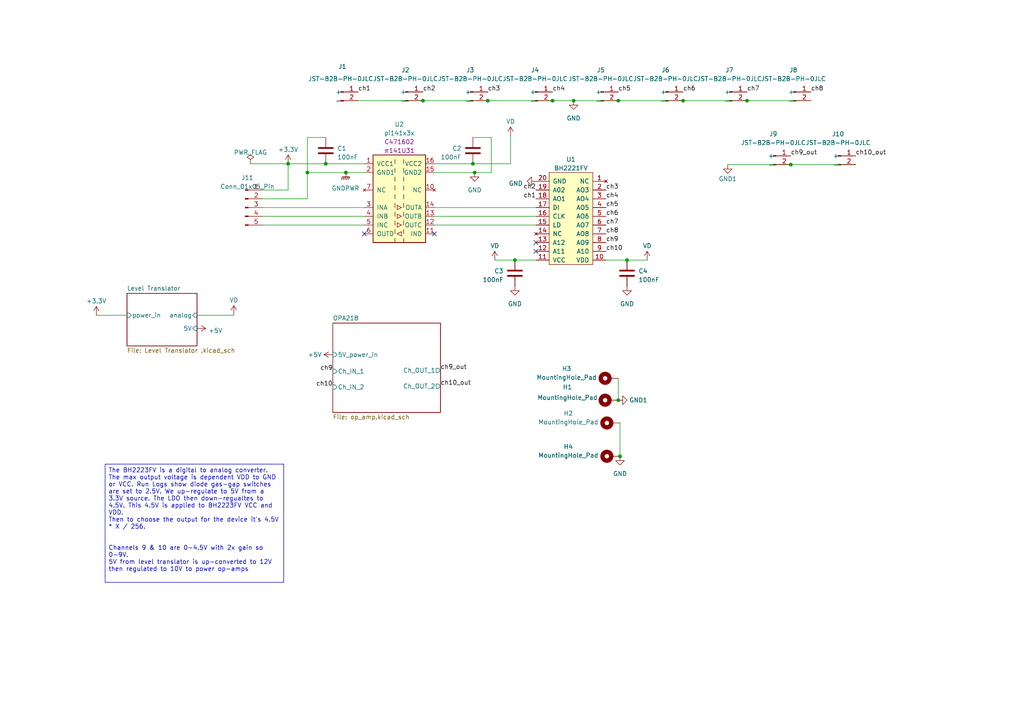
<source format=kicad_sch>
(kicad_sch (version 20230121) (generator eeschema)
  (paper "A4")
  (lib_symbols
    (symbol "0_lph:BH2221FV" (pin_names (offset 1.016))
      (property "Reference" "U1" (at 0 2.921 0))
      (property "Value" "BH2221FV" (at 0 0.6096 0))
      (symbol "BH2221FV_0_1"
        (rectangle (start 6.35 -1.27) (end -6.35 -27.94) (fill (type background)))
      )
      (symbol "BH2221FV_1_1"
        (pin no_connect line (at -10.16 -3.81 0) (length 3.81) (name "NC") (number "1"))
        (pin input line (at -10.16 -26.67 0) (length 3.81) (name "VDD") (number "10"))
        (pin power_in line (at 10.16 -26.67 180) (length 3.81) (name "VCC") (number "11"))
        (pin output line (at 10.16 -24.13 180) (length 3.81) (name "A11") (number "12"))
        (pin output line (at 10.16 -21.59 180) (length 3.81) (name "A12") (number "13"))
        (pin no_connect line (at 10.16 -19.05 180) (length 3.81) (name "NC") (number "14"))
        (pin output line (at 10.16 -16.51 180) (length 3.81) (name "LD") (number "15"))
        (pin input line (at 10.16 -13.97 180) (length 3.81) (name "CLK") (number "16"))
        (pin input line (at 10.16 -11.43 180) (length 3.81) (name "DI") (number "17"))
        (pin output line (at 10.16 -8.89 180) (length 3.81) (name "AO1") (number "18"))
        (pin output line (at 10.16 -6.35 180) (length 3.81) (name "A02") (number "19"))
        (pin output line (at -10.16 -6.35 0) (length 3.81) (name "AO3") (number "2"))
        (pin power_in line (at 10.16 -3.81 180) (length 3.81) (name "GND") (number "20"))
        (pin output line (at -10.16 -8.89 0) (length 3.81) (name "AO4") (number "3"))
        (pin output line (at -10.16 -11.43 0) (length 3.81) (name "AO5") (number "4"))
        (pin output line (at -10.16 -13.97 0) (length 3.81) (name "AO6") (number "5"))
        (pin output line (at -10.16 -16.51 0) (length 3.81) (name "AO7") (number "6"))
        (pin output line (at -10.16 -19.05 0) (length 3.81) (name "AO8") (number "7"))
        (pin output line (at -10.16 -21.59 0) (length 3.81) (name "AO9") (number "8"))
        (pin output line (at -10.16 -24.13 0) (length 3.81) (name "A10") (number "9"))
      )
    )
    (symbol "0_lph:JST-B2B-PH-0JLC" (pin_names (offset 1.016))
      (property "Reference" "J" (at 0 2.54 0))
      (property "Value" "JST-B2B-PH-0JLC" (at 0 -5.08 0))
      (symbol "JST-B2B-PH-0JLC_1_1"
        (polyline (pts (xy 1.27 -2.54) (xy 0.8636 -2.54)) (stroke (width 0.1524)))
        (polyline (pts (xy 1.27 0) (xy 0.8636 0)) (stroke (width 0.1524)))
        (rectangle (start 0.8636 -2.413) (end 0 -2.667) (stroke (width 0.1524)) (fill (type outline)))
        (rectangle (start 0.8636 0.127) (end 0 -0.127) (stroke (width 0.1524)) (fill (type outline)))
        (pin passive line (at 5.08 0 180) (length 3.81) (name "+") (number "1"))
        (pin passive line (at 5.08 -2.54 180) (length 3.81) (name "-") (number "2"))
      )
    )
    (symbol "0_lph:pi141x3x" (pin_names (offset 1.016))
      (property "Reference" "U1" (at 0 22.86 0))
      (property "Value" "pi141x3x" (at 0 20.32 0))
      (property "LCSC" "C471602" (at 0 17.78 0))
      (property "MPN" "π141U31" (at 0 15.24 0))
      (symbol "pi141x3x_0_1"
        (rectangle (start -7.62 12.7) (end 7.62 -12.7) (stroke (width 0.254)) (fill (type background)))
        (polyline (pts (xy -1.27 -11.43) (xy -1.27 -12.7)))
        (polyline (pts (xy -1.27 -8.89) (xy -1.27 -10.16)))
        (polyline (pts (xy -1.27 -6.35) (xy -1.27 -7.62)))
        (polyline (pts (xy -1.27 -3.81) (xy -1.27 -5.08)))
        (polyline (pts (xy -1.27 -1.27) (xy -1.27 -2.54)))
        (polyline (pts (xy -1.27 1.27) (xy -1.27 0)))
        (polyline (pts (xy -1.27 3.81) (xy -1.27 2.54)))
        (polyline (pts (xy -1.27 6.35) (xy -1.27 5.08)))
        (polyline (pts (xy -1.27 8.89) (xy -1.27 7.62)))
        (polyline (pts (xy -1.27 11.43) (xy -1.27 10.16)))
        (polyline (pts (xy 1.27 -11.43) (xy 1.27 -12.7)))
        (polyline (pts (xy 1.27 -8.89) (xy 1.27 -10.16)))
        (polyline (pts (xy 1.27 -6.35) (xy 1.27 -7.62)))
        (polyline (pts (xy 1.27 -3.81) (xy 1.27 -5.08)))
        (polyline (pts (xy 1.27 -1.27) (xy 1.27 -2.54)))
        (polyline (pts (xy 1.27 1.27) (xy 1.27 0)))
        (polyline (pts (xy 1.27 3.81) (xy 1.27 2.54)))
        (polyline (pts (xy 1.27 6.35) (xy 1.27 5.08)))
        (polyline (pts (xy 1.27 8.89) (xy 1.27 7.62)))
        (polyline (pts (xy 1.27 11.43) (xy 1.27 10.16)))
        (polyline (pts (xy -0.635 -10.16) (xy 0.635 -9.525) (xy 0.635 -10.795) (xy -0.635 -10.16)))
        (polyline (pts (xy -0.635 -6.985) (xy -0.635 -8.255) (xy 0.635 -7.62) (xy -0.635 -6.985)))
        (polyline (pts (xy -0.635 -4.445) (xy -0.635 -5.715) (xy 0.635 -5.08) (xy -0.635 -4.445)))
        (polyline (pts (xy -0.635 -1.905) (xy -0.635 -3.175) (xy 0.635 -2.54) (xy -0.635 -1.905)))
      )
      (symbol "pi141x3x_1_1"
        (pin power_in line (at -10.16 10.16 0) (length 2.54) (name "VCC1") (number "1"))
        (pin no_connect line (at 10.16 2.54 180) (length 2.54) (name "NC") (number "10"))
        (pin input line (at 10.16 -10.16 180) (length 2.54) (name "IND") (number "11"))
        (pin output line (at 10.16 -7.62 180) (length 2.54) (name "OUTC") (number "12"))
        (pin output line (at 10.16 -5.08 180) (length 2.54) (name "OUTB") (number "13"))
        (pin output line (at 10.16 -2.54 180) (length 2.54) (name "OUTA") (number "14"))
        (pin power_in line (at 10.16 7.62 180) (length 2.54) (name "GND2") (number "15"))
        (pin power_in line (at 10.16 10.16 180) (length 2.54) (name "VCC2") (number "16"))
        (pin power_in line (at -10.16 7.62 0) (length 2.54) (name "GND1") (number "2"))
        (pin input line (at -10.16 -2.54 0) (length 2.54) (name "INA") (number "3"))
        (pin input line (at -10.16 -5.08 0) (length 2.54) (name "INB") (number "4"))
        (pin input line (at -10.16 -7.62 0) (length 2.54) (name "INC") (number "5"))
        (pin output line (at -10.16 -10.16 0) (length 2.54) (name "OUTD") (number "6"))
        (pin no_connect line (at -10.16 2.54 0) (length 2.54) (name "NC") (number "7"))
        (pin passive line (at -10.16 7.62 0) (length 2.54) hide (name "GND1") (number "8"))
        (pin passive line (at 10.16 7.62 180) (length 2.54) hide (name "GND2") (number "9"))
      )
    )
    (symbol "Connector:Conn_01x05_Pin" (pin_names (offset 1.016) hide)
      (property "Reference" "J" (at 0 7.62 0))
      (property "Value" "Conn_01x05_Pin" (at 0 -7.62 0))
      (symbol "Conn_01x05_Pin_1_1"
        (polyline (pts (xy 1.27 -5.08) (xy 0.8636 -5.08)) (stroke (width 0.1524)))
        (polyline (pts (xy 1.27 -2.54) (xy 0.8636 -2.54)) (stroke (width 0.1524)))
        (polyline (pts (xy 1.27 0) (xy 0.8636 0)) (stroke (width 0.1524)))
        (polyline (pts (xy 1.27 2.54) (xy 0.8636 2.54)) (stroke (width 0.1524)))
        (polyline (pts (xy 1.27 5.08) (xy 0.8636 5.08)) (stroke (width 0.1524)))
        (rectangle (start 0.8636 -4.953) (end 0 -5.207) (stroke (width 0.1524)) (fill (type outline)))
        (rectangle (start 0.8636 -2.413) (end 0 -2.667) (stroke (width 0.1524)) (fill (type outline)))
        (rectangle (start 0.8636 0.127) (end 0 -0.127) (stroke (width 0.1524)) (fill (type outline)))
        (rectangle (start 0.8636 2.667) (end 0 2.413) (stroke (width 0.1524)) (fill (type outline)))
        (rectangle (start 0.8636 5.207) (end 0 4.953) (stroke (width 0.1524)) (fill (type outline)))
        (pin passive line (at 5.08 5.08 180) (length 3.81) (name "Pin_1") (number "1"))
        (pin passive line (at 5.08 2.54 180) (length 3.81) (name "Pin_2") (number "2"))
        (pin passive line (at 5.08 0 180) (length 3.81) (name "Pin_3") (number "3"))
        (pin passive line (at 5.08 -2.54 180) (length 3.81) (name "Pin_4") (number "4"))
        (pin passive line (at 5.08 -5.08 180) (length 3.81) (name "Pin_5") (number "5"))
      )
    )
    (symbol "Device:C" (pin_numbers hide) (pin_names (offset 0.254))
      (property "Reference" "C" (at 0.635 2.54 0))
      (property "Value" "C" (at 0.635 -2.54 0))
      (symbol "C_0_1"
        (polyline (pts (xy -2.032 -0.762) (xy 2.032 -0.762)) (stroke (width 0.508)))
        (polyline (pts (xy -2.032 0.762) (xy 2.032 0.762)) (stroke (width 0.508)))
      )
      (symbol "C_1_1"
        (pin passive line (at 0 3.81 270) (length 2.794) (name "~") (number "1"))
        (pin passive line (at 0 -3.81 90) (length 2.794) (name "~") (number "2"))
      )
    )
    (symbol "Mechanical:MountingHole_Pad" (pin_numbers hide) (pin_names (offset 1.016) hide)
      (property "Reference" "H" (at 0 6.35 0))
      (property "Value" "MountingHole_Pad" (at 0 4.445 0))
      (symbol "MountingHole_Pad_0_1"
        (circle (center 0 1.27) (radius 1.27) (stroke (width 1.27)))
      )
      (symbol "MountingHole_Pad_1_1"
        (pin input line (at 0 -2.54 90) (length 2.54) (name "1") (number "1"))
      )
    )
    (symbol "power:+3.3V" (power) (pin_names (offset 0))
      (property "Value" "+3.3V" (at 0 3.556 0))
      (symbol "+3.3V_0_1"
        (polyline (pts (xy -0.762 1.27) (xy 0 2.54)))
        (polyline (pts (xy 0 0) (xy 0 2.54)))
        (polyline (pts (xy 0 2.54) (xy 0.762 1.27)))
      )
      (symbol "+3.3V_1_1"
        (pin power_in line (at 0 0 90) (length 0) hide (name "+3.3V") (number "1"))
      )
    )
    (symbol "power:+5V" (power) (pin_names (offset 0))
      (property "Value" "+5V" (at 0 3.556 0))
      (symbol "+5V_0_1"
        (polyline (pts (xy -0.762 1.27) (xy 0 2.54)))
        (polyline (pts (xy 0 0) (xy 0 2.54)))
        (polyline (pts (xy 0 2.54) (xy 0.762 1.27)))
      )
      (symbol "+5V_1_1"
        (pin power_in line (at 0 0 90) (length 0) hide (name "+5V") (number "1"))
      )
    )
    (symbol "power:GND" (power) (pin_names (offset 0))
      (property "Value" "GND" (at 0 -3.81 0))
      (symbol "GND_0_1"
        (polyline (pts (xy 0 0) (xy 0 -1.27) (xy 1.27 -1.27) (xy 0 -2.54) (xy -1.27 -1.27) (xy 0 -1.27)))
      )
      (symbol "GND_1_1"
        (pin power_in line (at 0 0 270) (length 0) hide (name "GND") (number "1"))
      )
    )
    (symbol "power:GND1" (power) (pin_names (offset 0))
      (property "Value" "GND1" (at 0 -3.81 0))
      (symbol "GND1_0_1"
        (polyline (pts (xy 0 0) (xy 0 -1.27) (xy 1.27 -1.27) (xy 0 -2.54) (xy -1.27 -1.27) (xy 0 -1.27)))
      )
      (symbol "GND1_1_1"
        (pin power_in line (at 0 0 270) (length 0) hide (name "GND1") (number "1"))
      )
    )
    (symbol "power:GNDPWR" (power) (pin_names (offset 0))
      (property "Value" "GNDPWR" (at 0 -3.302 0))
      (symbol "GNDPWR_0_1"
        (polyline (pts (xy 0 -1.27) (xy 0 0)))
        (polyline (pts (xy -1.016 -1.27) (xy -1.27 -2.032) (xy -1.27 -2.032)) (stroke (width 0.2032)))
        (polyline (pts (xy -0.508 -1.27) (xy -0.762 -2.032) (xy -0.762 -2.032)) (stroke (width 0.2032)))
        (polyline (pts (xy 0 -1.27) (xy -0.254 -2.032) (xy -0.254 -2.032)) (stroke (width 0.2032)))
        (polyline (pts (xy 0.508 -1.27) (xy 0.254 -2.032) (xy 0.254 -2.032)) (stroke (width 0.2032)))
        (polyline (pts (xy 1.016 -1.27) (xy -1.016 -1.27) (xy -1.016 -1.27)) (stroke (width 0.2032)))
        (polyline (pts (xy 1.016 -1.27) (xy 0.762 -2.032) (xy 0.762 -2.032) (xy 0.762 -2.032)) (stroke (width 0.2032)))
      )
      (symbol "GNDPWR_1_1"
        (pin power_in line (at 0 0 270) (length 0) hide (name "GNDPWR") (number "1"))
      )
    )
    (symbol "power:PWR_FLAG" (power) (pin_numbers hide) (pin_names (offset 0) hide)
      (property "Value" "PWR_FLAG" (at 0 3.81 0))
      (symbol "PWR_FLAG_0_0"
        (pin power_out line (at 0 0 90) (length 0) (name "pwr") (number "1"))
      )
      (symbol "PWR_FLAG_0_1"
        (polyline (pts (xy 0 0) (xy 0 1.27) (xy -1.016 1.905) (xy 0 2.54) (xy 1.016 1.905) (xy 0 1.27)))
      )
    )
    (symbol "power:VD" (power) (pin_names (offset 0))
      (property "Value" "VD" (at 0 3.81 0))
      (symbol "VD_0_1"
        (polyline (pts (xy -0.762 1.27) (xy 0 2.54)))
        (polyline (pts (xy 0 0) (xy 0 2.54)))
        (polyline (pts (xy 0 2.54) (xy 0.762 1.27)))
      )
      (symbol "VD_1_1"
        (pin power_in line (at 0 0 90) (length 0) hide (name "VD") (number "1"))
      )
    )
  )
  (junction (at 216.662 29.21))
  (junction (at 181.864 75.438))
  (junction (at 83.566 47.498))
  (junction (at 179.832 132.334))
  (junction (at 122.682 29.21))
  (junction (at 89.154 50.038))
  (junction (at 229.362 47.752))
  (junction (at 137.668 50.038))
  (junction (at 198.12 29.21))
  (junction (at 141.478 29.21))
  (junction (at 179.324 29.21))
  (junction (at 149.352 75.438))
  (junction (at 94.488 47.498))
  (junction (at 160.274 29.21))
  (junction (at 100.33 50.038))
  (junction (at 166.37 29.21))
  (junction (at 179.324 116.078))
  (junction (at 137.16 47.498))
  (no_connect (at 155.448 70.358))
  (no_connect (at 105.664 67.818))
  (no_connect (at 155.448 72.898))
  (no_connect (at 125.984 67.818))
  (wire (pts (xy 216.662 29.21) (xy 235.204 29.21)))
  (wire (pts (xy 103.886 29.21) (xy 122.682 29.21)))
  (wire (pts (xy 137.668 50.038) (xy 125.984 50.038)))
  (wire (pts (xy 142.494 39.878) (xy 142.494 50.038)))
  (wire (pts (xy 76.2 62.738) (xy 105.664 62.738)))
  (wire (pts (xy 57.15 91.44) (xy 67.818 91.44)))
  (wire (pts (xy 76.2 60.198) (xy 105.664 60.198)))
  (wire (pts (xy 148.082 39.37) (xy 148.082 47.498)))
  (wire (pts (xy 187.706 75.438) (xy 181.864 75.438)))
  (wire (pts (xy 142.494 50.038) (xy 137.668 50.038)))
  (wire (pts (xy 94.488 47.498) (xy 105.664 47.498)))
  (wire (pts (xy 141.478 29.21) (xy 160.274 29.21)))
  (wire (pts (xy 229.362 47.752) (xy 248.158 47.752)))
  (wire (pts (xy 179.832 122.682) (xy 179.832 132.334)))
  (wire (pts (xy 89.154 50.038) (xy 100.33 50.038)))
  (wire (pts (xy 155.448 60.198) (xy 125.984 60.198)))
  (wire (pts (xy 76.2 65.278) (xy 105.664 65.278)))
  (wire (pts (xy 155.448 65.278) (xy 125.984 65.278)))
  (wire (pts (xy 83.566 47.498) (xy 94.488 47.498)))
  (wire (pts (xy 211.074 47.752) (xy 229.362 47.752)))
  (wire (pts (xy 83.566 55.118) (xy 83.566 47.498)))
  (wire (pts (xy 142.494 39.878) (xy 137.16 39.878)))
  (wire (pts (xy 137.16 47.498) (xy 125.984 47.498)))
  (wire (pts (xy 155.448 62.738) (xy 125.984 62.738)))
  (wire (pts (xy 179.324 29.21) (xy 198.12 29.21)))
  (wire (pts (xy 143.51 75.438) (xy 149.352 75.438)))
  (wire (pts (xy 198.12 29.21) (xy 216.662 29.21)))
  (wire (pts (xy 166.37 29.21) (xy 179.324 29.21)))
  (wire (pts (xy 89.154 39.878) (xy 89.154 50.038)))
  (wire (pts (xy 122.682 29.21) (xy 141.478 29.21)))
  (wire (pts (xy 89.154 50.038) (xy 89.154 57.658)))
  (wire (pts (xy 67.818 91.44) (xy 67.818 91.186)))
  (wire (pts (xy 148.082 47.498) (xy 137.16 47.498)))
  (wire (pts (xy 76.2 57.658) (xy 89.154 57.658)))
  (wire (pts (xy 100.33 50.038) (xy 105.664 50.038)))
  (wire (pts (xy 179.324 109.728) (xy 179.324 116.078)))
  (wire (pts (xy 181.864 75.438) (xy 175.768 75.438)))
  (wire (pts (xy 160.274 29.21) (xy 166.37 29.21)))
  (wire (pts (xy 72.644 47.498) (xy 83.566 47.498)))
  (wire (pts (xy 27.94 91.44) (xy 36.83 91.44)))
  (wire (pts (xy 89.154 39.878) (xy 94.488 39.878)))
  (wire (pts (xy 76.2 55.118) (xy 83.566 55.118)))
  (wire (pts (xy 149.352 75.438) (xy 155.448 75.438)))
  (text_box "The BH2223FV is a digital to analog converter. \nThe max output voltage is dependent VDD to GND or VCC. Run Logs show diode gas-gap switches are set to 2.5V. We up-regulate to 5V from a 3.3V source. The LDO then down-regualtes to 4.5V. This 4.5V is applied to BH2223FV VCC and VDD.\nThen to choose the output for the device it's 4.5V * X / 256. \n\n\nChannels 9 & 10 are 0-4.5V with 2x gain so 0-9V.\n5V from level translator is up-converted to 12V then regulated to 10V to power op-amps" (at 30.48 134.62 0) (size 51.816 34.29) (effects (font (size 1.27 1.27)) (justify left top)))
  (label "ch6" (at 198.12 26.67 0))
  (label "ch9" (at 175.768 70.358 0))
  (label "ch10_out" (at 248.158 45.212 0))
  (label "ch10" (at 96.52 112.268 180))
  (label "ch2" (at 155.448 55.118 180))
  (label "ch8" (at 175.768 67.818 0))
  (label "ch4" (at 160.274 26.67 0))
  (label "ch1" (at 103.886 26.67 0))
  (label "ch6" (at 175.768 62.738 0))
  (label "ch3" (at 175.768 55.118 0))
  (label "ch9_out" (at 127.762 107.442 0))
  (label "ch9_out" (at 229.362 45.212 0))
  (label "ch7" (at 216.662 26.67 0))
  (label "ch1" (at 155.448 57.658 180))
  (label "ch9" (at 96.52 107.696 180))
  (label "ch2" (at 122.682 26.67 0))
  (label "ch4" (at 175.768 57.658 0))
  (label "ch10" (at 175.768 72.898 0))
  (label "ch5" (at 175.768 60.198 0))
  (label "ch5" (at 179.324 26.67 0))
  (label "ch3" (at 141.478 26.67 0))
  (label "ch8" (at 235.204 26.67 0))
  (label "ch10_out" (at 127.762 112.014 0))
  (label "ch7" (at 175.768 65.278 0))
  (symbol (lib_id "power:+3.3V") (at 27.94 91.44 0) (unit 1)
    (property "Reference" "#PWR012" (effects hide))
    (property "Value" "+3.3V" (at 27.94 87.3069 0))
  )
  (symbol (lib_id "Mechanical:MountingHole_Pad") (at 176.784 109.728 90) (unit 1)
    (property "Reference" "H3" (at 164.338 106.934 90))
    (property "Value" "MountingHole_Pad" (at 164.338 109.474 90))
    (property "Footprint" "MountingHole:MountingHole_2.2mm_M2_Pad_Via" (effects hide))
  )
  (symbol (lib_id "0_lph:JST-B2B-PH-0JLC") (at 155.194 26.67 0) (unit 1)
    (property "Reference" "J4" (at 155.194 20.32 0))
    (property "Value" "JST-B2B-PH-0JLC" (at 155.194 22.86 0))
    (property "Footprint" "Connector_JST:JST_PH_S2B-PH-SM4-TB_1x02-1MP_P2.00mm_Horizontal" (effects hide))
    (property "LCSC" "C295747" (effects hide))
    (property "MPN" "B2B-PH-K-S(LF)(SN)" (effects hide))
  )
  (symbol (lib_id "power:GND") (at 137.668 50.038 0) (unit 1)
    (property "Reference" "#PWR05" (effects hide))
    (property "Value" "GND" (at 137.668 55.118 0))
  )
  (symbol (lib_id "power:GND") (at 179.832 132.334 0) (unit 1)
    (property "Reference" "#PWR015" (effects hide))
    (property "Value" "GND" (at 179.832 137.414 0))
  )
  (symbol (lib_id "0_lph:JST-B2B-PH-0JLC") (at 136.398 26.67 0) (unit 1)
    (property "Reference" "J3" (at 136.398 20.32 0))
    (property "Value" "JST-B2B-PH-0JLC" (at 136.398 22.86 0))
    (property "Footprint" "Connector_JST:JST_PH_S2B-PH-SM4-TB_1x02-1MP_P2.00mm_Horizontal" (effects hide))
    (property "LCSC" "C295747" (effects hide))
    (property "MPN" "B2B-PH-K-S(LF)(SN)" (effects hide))
  )
  (symbol (lib_id "0_lph:JST-B2B-PH-0JLC") (at 230.124 26.67 0) (unit 1)
    (property "Reference" "J8" (at 230.124 20.32 0))
    (property "Value" "JST-B2B-PH-0JLC" (at 230.124 22.86 0))
    (property "Footprint" "Connector_JST:JST_PH_S2B-PH-SM4-TB_1x02-1MP_P2.00mm_Horizontal" (effects hide))
    (property "LCSC" "C295747" (effects hide))
    (property "MPN" "B2B-PH-K-S(LF)(SN)" (effects hide))
  )
  (symbol (lib_id "power:+5V") (at 96.52 102.87 90) (unit 1)
    (property "Reference" "#PWR016" (effects hide))
    (property "Value" "+5V" (at 93.3451 102.87 90) (effects (justify left)))
  )
  (symbol (lib_id "power:GNDPWR") (at 100.33 50.038 0) (unit 1)
    (property "Reference" "#PWR04" (effects hide))
    (property "Value" "GNDPWR" (at 100.203 54.61 0))
  )
  (symbol (lib_id "power:GND") (at 166.37 29.21 0) (unit 1)
    (property "Reference" "#PWR01" (effects hide))
    (property "Value" "GND" (at 166.37 34.29 0))
  )
  (symbol (lib_id "0_lph:JST-B2B-PH-0JLC") (at 243.078 45.212 0) (unit 1)
    (property "Reference" "J10" (at 243.078 38.862 0))
    (property "Value" "JST-B2B-PH-0JLC" (at 243.078 41.402 0))
    (property "Footprint" "Connector_JST:JST_PH_S2B-PH-SM4-TB_1x02-1MP_P2.00mm_Horizontal" (effects hide))
    (property "LCSC" "C295747" (effects hide))
    (property "MPN" "B2B-PH-K-S(LF)(SN)" (effects hide))
  )
  (symbol (lib_id "Connector:Conn_01x05_Pin") (at 71.12 60.198 0) (unit 1)
    (property "Reference" "J11" (at 71.755 51.562 0))
    (property "Value" "Conn_01x05_Pin" (at 71.755 54.102 0))
    (property "Footprint" "Connector_PinHeader_2.54mm:PinHeader_1x05_P2.54mm_Vertical" (effects hide))
  )
  (symbol (lib_id "Mechanical:MountingHole_Pad") (at 176.784 116.078 90) (unit 1)
    (property "Reference" "H1" (at 164.592 112.268 90))
    (property "Value" "MountingHole_Pad" (at 164.592 115.316 90))
    (property "Footprint" "MountingHole:MountingHole_2.2mm_M2_Pad_Via" (effects hide))
  )
  (symbol (lib_id "power:+3.3V") (at 83.566 47.498 0) (unit 1)
    (property "Reference" "#PWR03" (effects hide))
    (property "Value" "+3.3V" (at 83.566 43.3649 0))
  )
  (symbol (lib_id "power:GND1") (at 179.324 116.078 90) (unit 1)
    (property "Reference" "#PWR014" (effects hide))
    (property "Value" "GND1" (at 182.499 116.078 90) (effects (justify right)))
  )
  (symbol (lib_id "Device:C") (at 94.488 43.688 0) (unit 1)
    (property "Reference" "C1" (at 97.79 43.053 0) (effects (justify left)))
    (property "Value" "100nF" (at 97.79 45.593 0) (effects (justify left)))
    (property "Footprint" "Capacitor_SMD:C_0603_1608Metric_Pad1.08x0.95mm_HandSolder" (effects hide))
    (property "LCSC" "C14663" (effects hide))
  )
  (symbol (lib_id "power:VD") (at 67.818 91.186 0) (unit 1)
    (property "Reference" "#PWR011" (effects hide))
    (property "Value" "VD" (at 67.818 87.0529 0))
  )
  (symbol (lib_id "power:GND") (at 181.864 83.058 0) (unit 1)
    (property "Reference" "#PWR010" (effects hide))
    (property "Value" "GND" (at 181.864 88.138 0))
  )
  (symbol (lib_id "0_lph:JST-B2B-PH-0JLC") (at 224.282 45.212 0) (unit 1)
    (property "Reference" "J9" (at 224.282 38.862 0))
    (property "Value" "JST-B2B-PH-0JLC" (at 224.282 41.402 0))
    (property "Footprint" "Connector_JST:JST_PH_S2B-PH-SM4-TB_1x02-1MP_P2.00mm_Horizontal" (effects hide))
    (property "LCSC" "C295747" (effects hide))
    (property "MPN" "B2B-PH-K-S(LF)(SN)" (effects hide))
  )
  (symbol (lib_id "Mechanical:MountingHole_Pad") (at 177.292 122.682 90) (unit 1)
    (property "Reference" "H2" (at 164.846 119.888 90))
    (property "Value" "MountingHole_Pad" (at 164.846 122.428 90))
    (property "Footprint" "MountingHole:MountingHole_2.2mm_M2_Pad_Via" (effects hide))
  )
  (symbol (lib_id "power:+5V") (at 57.15 95.25 270) (unit 1)
    (property "Reference" "#PWR013" (effects hide))
    (property "Value" "+5V" (at 60.452 95.885 90) (effects (justify left)))
  )
  (symbol (lib_id "power:VD") (at 143.51 75.438 0) (unit 1)
    (property "Reference" "#PWR07" (effects hide))
    (property "Value" "VD" (at 143.51 71.3049 0))
  )
  (symbol (lib_id "0_lph:pi141x3x") (at 115.824 57.658 0) (unit 1)
    (property "Reference" "U2" (at 115.824 36.068 0))
    (property "Value" "pi141x3x" (at 115.824 38.608 0))
    (property "Footprint" "Package_SO:SOIC-16_3.9x9.9mm_P1.27mm" (effects hide))
    (property "LCSC" "C471602" (at 115.824 41.148 0))
    (property "MPN" "π141U31" (at 115.824 43.688 0))
  )
  (symbol (lib_id "power:VD") (at 148.082 39.37 0) (unit 1)
    (property "Reference" "#PWR02" (effects hide))
    (property "Value" "VD" (at 148.082 35.2369 0))
  )
  (symbol (lib_id "power:GND") (at 149.352 83.058 0) (unit 1)
    (property "Reference" "#PWR09" (effects hide))
    (property "Value" "GND" (at 149.352 88.138 0))
  )
  (symbol (lib_id "0_lph:JST-B2B-PH-0JLC") (at 211.582 26.67 0) (unit 1)
    (property "Reference" "J7" (at 211.582 20.32 0))
    (property "Value" "JST-B2B-PH-0JLC" (at 211.582 22.86 0))
    (property "Footprint" "Connector_JST:JST_PH_S2B-PH-SM4-TB_1x02-1MP_P2.00mm_Horizontal" (effects hide))
    (property "LCSC" "C295747" (effects hide))
    (property "MPN" "B2B-PH-K-S(LF)(SN)" (effects hide))
  )
  (symbol (lib_id "power:GND") (at 155.448 52.578 270) (unit 1)
    (property "Reference" "#PWR06" (effects hide))
    (property "Value" "GND" (at 151.638 53.213 90) (effects (justify right)))
  )
  (symbol (lib_id "0_lph:JST-B2B-PH-0JLC") (at 98.806 26.67 0) (unit 1)
    (property "Reference" "J1" (at 99.314 19.304 0))
    (property "Value" "JST-B2B-PH-0JLC" (at 98.806 22.86 0))
    (property "Footprint" "Connector_JST:JST_PH_S2B-PH-SM4-TB_1x02-1MP_P2.00mm_Horizontal" (effects hide))
    (property "LCSC" "C295747" (effects hide))
    (property "MPN" "B2B-PH-K-S(LF)(SN)" (effects hide))
  )
  (symbol (lib_id "Device:C") (at 149.352 79.248 0) (mirror y) (unit 1)
    (property "Reference" "C3" (at 146.05 78.613 0) (effects (justify left)))
    (property "Value" "100nF" (at 146.05 81.153 0) (effects (justify left)))
    (property "Footprint" "Capacitor_SMD:C_0603_1608Metric_Pad1.08x0.95mm_HandSolder" (effects hide))
    (property "LCSC" "C14663" (effects hide))
  )
  (symbol (lib_id "power:VD") (at 187.706 75.438 0) (unit 1)
    (property "Reference" "#PWR08" (effects hide))
    (property "Value" "VD" (at 187.706 71.3049 0))
  )
  (symbol (lib_id "Mechanical:MountingHole_Pad") (at 177.292 132.334 90) (unit 1)
    (property "Reference" "H4" (at 164.846 129.54 90))
    (property "Value" "MountingHole_Pad" (at 164.846 132.08 90))
    (property "Footprint" "MountingHole:MountingHole_2.2mm_M2_Pad_Via" (effects hide))
  )
  (symbol (lib_id "power:PWR_FLAG") (at 72.644 47.498 0) (unit 1)
    (property "Reference" "#FLG01" (effects hide))
    (property "Value" "PWR_FLAG" (at 72.644 44.196 0))
  )
  (symbol (lib_id "power:GND1") (at 211.074 47.752 0) (unit 1)
    (property "Reference" "#PWR030" (effects hide))
    (property "Value" "GND1" (at 211.074 51.8851 0))
  )
  (symbol (lib_id "0_lph:JST-B2B-PH-0JLC") (at 193.04 26.67 0) (unit 1)
    (property "Reference" "J6" (at 193.04 20.32 0))
    (property "Value" "JST-B2B-PH-0JLC" (at 193.04 22.86 0))
    (property "Footprint" "Connector_JST:JST_PH_S2B-PH-SM4-TB_1x02-1MP_P2.00mm_Horizontal" (effects hide))
    (property "LCSC" "C295747" (effects hide))
    (property "MPN" "B2B-PH-K-S(LF)(SN)" (effects hide))
  )
  (symbol (lib_id "0_lph:JST-B2B-PH-0JLC") (at 117.602 26.67 0) (unit 1)
    (property "Reference" "J2" (at 117.602 20.32 0))
    (property "Value" "JST-B2B-PH-0JLC" (at 117.602 22.86 0))
    (property "Footprint" "Connector_JST:JST_PH_S2B-PH-SM4-TB_1x02-1MP_P2.00mm_Horizontal" (effects hide))
    (property "LCSC" "C295747" (effects hide))
    (property "MPN" "B2B-PH-K-S(LF)(SN)" (effects hide))
  )
  (symbol (lib_id "Device:C") (at 181.864 79.248 0) (unit 1)
    (property "Reference" "C4" (at 185.166 78.613 0) (effects (justify left)))
    (property "Value" "100nF" (at 185.166 81.153 0) (effects (justify left)))
    (property "Footprint" "Capacitor_SMD:C_0603_1608Metric_Pad1.08x0.95mm_HandSolder" (effects hide))
    (property "LCSC" "C14663" (effects hide))
  )
  (symbol (lib_id "0_lph:BH2221FV") (at 165.608 48.768 0) (mirror y) (unit 1)
    (property "Reference" "U1" (at 165.608 46.228 0))
    (property "Value" "BH2221FV" (at 165.608 48.768 0))
    (property "Footprint" "Package_SO:SSOP-20_4.4x6.5mm_P0.65mm" (effects hide))
    (property "Datasheet" "https://datasheet.lcsc.com/lcsc/2106070606_ROHM-Semicon-BH2221FV-E2_C2679449.pdf" (effects hide))
    (property "LCSC" "C2679449" (effects hide))
    (property "MPN" "BH2221FV-E2" (effects hide))
  )
  (symbol (lib_id "Device:C") (at 137.16 43.688 0) (mirror y) (unit 1)
    (property "Reference" "C2" (at 133.858 43.053 0) (effects (justify left)))
    (property "Value" "100nF" (at 133.858 45.593 0) (effects (justify left)))
    (property "Footprint" "Capacitor_SMD:C_0603_1608Metric_Pad1.08x0.95mm_HandSolder" (effects hide))
    (property "LCSC" "C14663" (effects hide))
  )
  (symbol (lib_id "0_lph:JST-B2B-PH-0JLC") (at 174.244 26.67 0) (unit 1)
    (property "Reference" "J5" (at 174.244 20.32 0))
    (property "Value" "JST-B2B-PH-0JLC" (at 174.244 22.86 0))
    (property "Footprint" "Connector_JST:JST_PH_S2B-PH-SM4-TB_1x02-1MP_P2.00mm_Horizontal" (effects hide))
    (property "LCSC" "C295747" (effects hide))
    (property "MPN" "B2B-PH-K-S(LF)(SN)" (effects hide))
  )
  (sheet (at 96.52 93.726) (size 31.242 25.908) (stroke (width 0.1524))
    (property "Sheetname" "OPA218" (at 96.52 93.0144 0) (effects (justify left bottom)))
    (property "Sheetfile" "op_amp.kicad_sch" (at 96.52 120.2186 0) (effects (justify left top)))
    (pin "Ch_IN_2" input (at 96.52 112.268 180))
    (pin "Ch_IN_1" input (at 96.52 107.696 180))
    (pin "Ch_OUT_1" output (at 127.762 107.442 0))
    (pin "Ch_OUT_2" output (at 127.762 112.014 0))
    (pin "5V_power_in" input (at 96.52 102.87 180))
  )
  (sheet (at 36.83 85.09) (size 20.32 15.24) (stroke (width 0.1524))
    (property "Sheetname" "Level Translator " (at 36.83 84.3784 0) (effects (justify left bottom)))
    (property "Sheetfile" "Level Translator .kicad_sch" (at 36.83 100.9146 0) (effects (justify left top)))
    (pin "power_in" input (at 36.83 91.44 180))
    (pin "analog" input (at 57.15 91.44 0))
    (pin "5V" input (at 57.15 95.25 0))
  )
)
</source>
